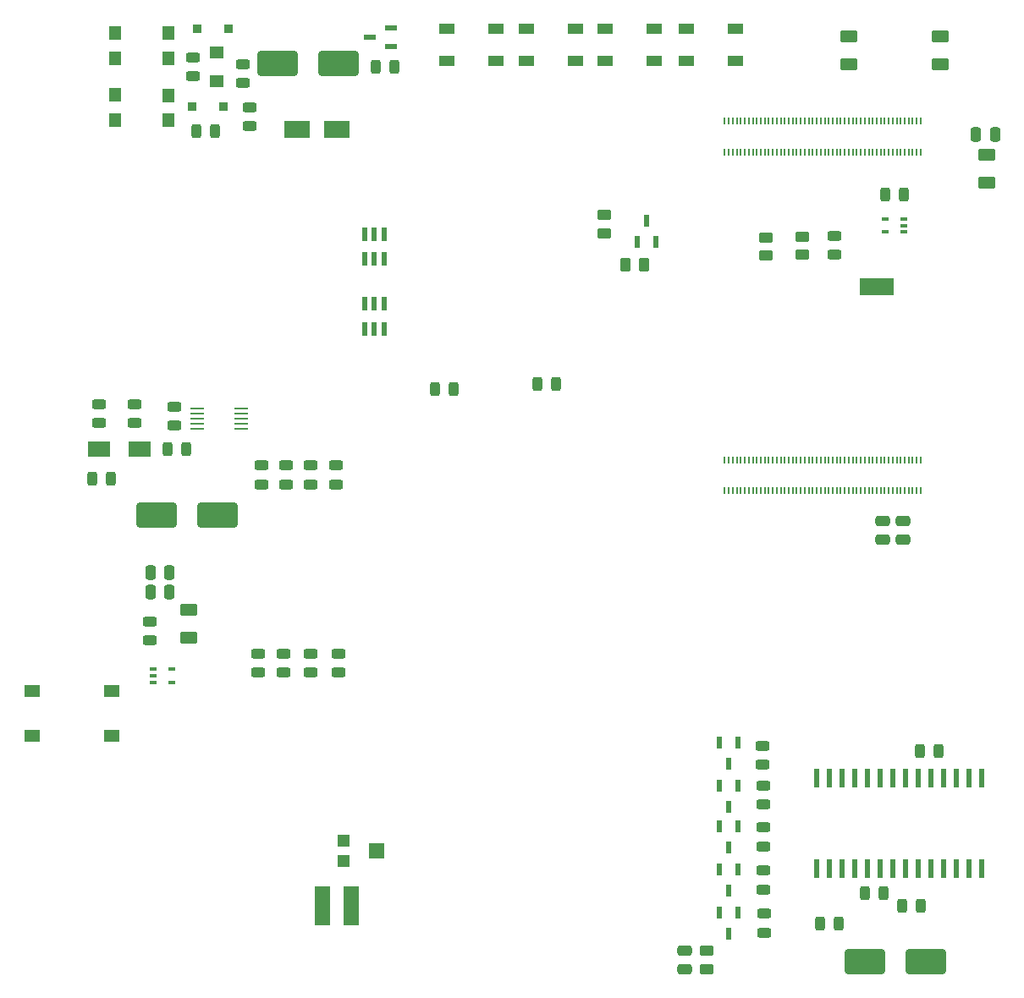
<source format=gtp>
%TF.GenerationSoftware,KiCad,Pcbnew,5.99.0-unknown-47cb7f53fd~143~ubuntu20.04.1*%
%TF.CreationDate,2021-11-23T21:30:27-08:00*%
%TF.ProjectId,acorn-motherboard,61636f72-6e2d-46d6-9f74-686572626f61,rev?*%
%TF.SameCoordinates,Original*%
%TF.FileFunction,Paste,Top*%
%TF.FilePolarity,Positive*%
%FSLAX46Y46*%
G04 Gerber Fmt 4.6, Leading zero omitted, Abs format (unit mm)*
G04 Created by KiCad (PCBNEW 5.99.0-unknown-47cb7f53fd~143~ubuntu20.04.1) date 2021-11-23 21:30:27*
%MOMM*%
%LPD*%
G01*
G04 APERTURE LIST*
G04 Aperture macros list*
%AMRoundRect*
0 Rectangle with rounded corners*
0 $1 Rounding radius*
0 $2 $3 $4 $5 $6 $7 $8 $9 X,Y pos of 4 corners*
0 Add a 4 corners polygon primitive as box body*
4,1,4,$2,$3,$4,$5,$6,$7,$8,$9,$2,$3,0*
0 Add four circle primitives for the rounded corners*
1,1,$1+$1,$2,$3*
1,1,$1+$1,$4,$5*
1,1,$1+$1,$6,$7*
1,1,$1+$1,$8,$9*
0 Add four rect primitives between the rounded corners*
20,1,$1+$1,$2,$3,$4,$5,0*
20,1,$1+$1,$4,$5,$6,$7,0*
20,1,$1+$1,$6,$7,$8,$9,0*
20,1,$1+$1,$8,$9,$2,$3,0*%
G04 Aperture macros list end*
%ADD10R,1.600000X3.900000*%
%ADD11R,1.200000X1.200000*%
%ADD12R,1.500000X1.600000*%
%ADD13RoundRect,0.250000X0.625000X-0.375000X0.625000X0.375000X-0.625000X0.375000X-0.625000X-0.375000X0*%
%ADD14RoundRect,0.243750X-0.456250X0.243750X-0.456250X-0.243750X0.456250X-0.243750X0.456250X0.243750X0*%
%ADD15R,0.200000X0.700000*%
%ADD16RoundRect,0.243750X0.456250X-0.243750X0.456250X0.243750X-0.456250X0.243750X-0.456250X-0.243750X0*%
%ADD17R,1.400000X1.300000*%
%ADD18R,2.500000X1.800000*%
%ADD19RoundRect,0.243750X0.243750X0.456250X-0.243750X0.456250X-0.243750X-0.456250X0.243750X-0.456250X0*%
%ADD20R,0.900000X0.950000*%
%ADD21RoundRect,0.243750X-0.243750X-0.456250X0.243750X-0.456250X0.243750X0.456250X-0.243750X0.456250X0*%
%ADD22RoundRect,0.250000X-0.625000X0.375000X-0.625000X-0.375000X0.625000X-0.375000X0.625000X0.375000X0*%
%ADD23R,3.400000X1.800000*%
%ADD24R,1.300000X0.600000*%
%ADD25R,0.558800X1.320800*%
%ADD26R,2.200000X1.600000*%
%ADD27R,1.550000X1.300000*%
%ADD28RoundRect,0.100000X-0.225000X-0.100000X0.225000X-0.100000X0.225000X0.100000X-0.225000X0.100000X0*%
%ADD29RoundRect,0.100000X0.225000X0.100000X-0.225000X0.100000X-0.225000X-0.100000X0.225000X-0.100000X0*%
%ADD30R,1.358900X0.279400*%
%ADD31RoundRect,0.250000X-1.750000X-1.000000X1.750000X-1.000000X1.750000X1.000000X-1.750000X1.000000X0*%
%ADD32R,0.600000X1.300000*%
%ADD33RoundRect,0.250000X-0.475000X0.250000X-0.475000X-0.250000X0.475000X-0.250000X0.475000X0.250000X0*%
%ADD34R,1.500000X1.000000*%
%ADD35RoundRect,0.250000X-0.450000X0.262500X-0.450000X-0.262500X0.450000X-0.262500X0.450000X0.262500X0*%
%ADD36R,1.250000X1.450000*%
%ADD37RoundRect,0.250000X0.250000X0.475000X-0.250000X0.475000X-0.250000X-0.475000X0.250000X-0.475000X0*%
%ADD38R,0.558800X1.981200*%
%ADD39RoundRect,0.250000X1.750000X1.000000X-1.750000X1.000000X-1.750000X-1.000000X1.750000X-1.000000X0*%
%ADD40RoundRect,0.250000X0.450000X-0.262500X0.450000X0.262500X-0.450000X0.262500X-0.450000X-0.262500X0*%
%ADD41RoundRect,0.250000X-0.262500X-0.450000X0.262500X-0.450000X0.262500X0.450000X-0.262500X0.450000X0*%
G04 APERTURE END LIST*
D10*
X118450000Y-129000000D03*
X115550000Y-129000000D03*
D11*
X117700000Y-122500000D03*
D12*
X120950000Y-123500000D03*
D11*
X117700000Y-124500000D03*
D13*
X102200000Y-102200000D03*
X102200000Y-99400000D03*
D14*
X98321061Y-100520225D03*
X98321061Y-102395225D03*
D15*
X155821061Y-87450000D03*
X155821061Y-84370000D03*
X156221061Y-87450000D03*
X156221061Y-84370000D03*
X156621061Y-87450000D03*
X156621061Y-84370000D03*
X157021061Y-87450000D03*
X157021061Y-84370000D03*
X157421061Y-87450000D03*
X157421061Y-84370000D03*
X157821061Y-87450000D03*
X157821061Y-84370000D03*
X158221061Y-87450000D03*
X158221061Y-84370000D03*
X158621061Y-87450000D03*
X158621061Y-84370000D03*
X159021061Y-87450000D03*
X159021061Y-84370000D03*
X159421061Y-87450000D03*
X159421061Y-84370000D03*
X159821061Y-87450000D03*
X159821061Y-84370000D03*
X160221061Y-87450000D03*
X160221061Y-84370000D03*
X160621061Y-87450000D03*
X160621061Y-84370000D03*
X161021061Y-87450000D03*
X161021061Y-84370000D03*
X161421061Y-87450000D03*
X161421061Y-84370000D03*
X161821061Y-87450000D03*
X161821061Y-84370000D03*
X162221061Y-87450000D03*
X162221061Y-84370000D03*
X162621061Y-87450000D03*
X162621061Y-84370000D03*
X163021061Y-87450000D03*
X163021061Y-84370000D03*
X163421061Y-87450000D03*
X163421061Y-84370000D03*
X163821061Y-87450000D03*
X163821061Y-84370000D03*
X164221061Y-87450000D03*
X164221061Y-84370000D03*
X164621061Y-87450000D03*
X164621061Y-84370000D03*
X165021061Y-87450000D03*
X165021061Y-84370000D03*
X165421061Y-87450000D03*
X165421061Y-84370000D03*
X165821061Y-87450000D03*
X165821061Y-84370000D03*
X166221061Y-87450000D03*
X166221061Y-84370000D03*
X166621061Y-87450000D03*
X166621061Y-84370000D03*
X167021061Y-87450000D03*
X167021061Y-84370000D03*
X167421061Y-87450000D03*
X167421061Y-84370000D03*
X167821061Y-87450000D03*
X167821061Y-84370000D03*
X168221061Y-87450000D03*
X168221061Y-84370000D03*
X168621061Y-87450000D03*
X168621061Y-84370000D03*
X169021061Y-87450000D03*
X169021061Y-84370000D03*
X169421061Y-87450000D03*
X169421061Y-84370000D03*
X169821061Y-87450000D03*
X169821061Y-84370000D03*
X170221061Y-87450000D03*
X170221061Y-84370000D03*
X170621061Y-87450000D03*
X170621061Y-84370000D03*
X171021061Y-87450000D03*
X171021061Y-84370000D03*
X171421061Y-87450000D03*
X171421061Y-84370000D03*
X171821061Y-87450000D03*
X171821061Y-84370000D03*
X172221061Y-87450000D03*
X172221061Y-84370000D03*
X172621061Y-87450000D03*
X172621061Y-84370000D03*
X173021061Y-87450000D03*
X173021061Y-84370000D03*
X173421061Y-87450000D03*
X173421061Y-84370000D03*
X173821061Y-87450000D03*
X173821061Y-84370000D03*
X174221061Y-87450000D03*
X174221061Y-84370000D03*
X174621061Y-87450000D03*
X174621061Y-84370000D03*
X175021061Y-87450000D03*
X175021061Y-84370000D03*
X175421061Y-87450000D03*
X175421061Y-84370000D03*
X155821061Y-53530000D03*
X155821061Y-50450000D03*
X156221061Y-53530000D03*
X156221061Y-50450000D03*
X156621061Y-53530000D03*
X156621061Y-50450000D03*
X157021061Y-53530000D03*
X157021061Y-50450000D03*
X157421061Y-53530000D03*
X157421061Y-50450000D03*
X157821061Y-53530000D03*
X157821061Y-50450000D03*
X158221061Y-53530000D03*
X158221061Y-50450000D03*
X158621061Y-53530000D03*
X158621061Y-50450000D03*
X159021061Y-53530000D03*
X159021061Y-50450000D03*
X159421061Y-53530000D03*
X159421061Y-50450000D03*
X159821061Y-53530000D03*
X159821061Y-50450000D03*
X160221061Y-53530000D03*
X160221061Y-50450000D03*
X160621061Y-53530000D03*
X160621061Y-50450000D03*
X161021061Y-53530000D03*
X161021061Y-50450000D03*
X161421061Y-53530000D03*
X161421061Y-50450000D03*
X161821061Y-53530000D03*
X161821061Y-50450000D03*
X162221061Y-53530000D03*
X162221061Y-50450000D03*
X162621061Y-53530000D03*
X162621061Y-50450000D03*
X163021061Y-53530000D03*
X163021061Y-50450000D03*
X163421061Y-53530000D03*
X163421061Y-50450000D03*
X163821061Y-53530000D03*
X163821061Y-50450000D03*
X164221061Y-53530000D03*
X164221061Y-50450000D03*
X164621061Y-53530000D03*
X164621061Y-50450000D03*
X165021061Y-53530000D03*
X165021061Y-50450000D03*
X165421061Y-53530000D03*
X165421061Y-50450000D03*
X165821061Y-53530000D03*
X165821061Y-50450000D03*
X166221061Y-53530000D03*
X166221061Y-50450000D03*
X166621061Y-53530000D03*
X166621061Y-50450000D03*
X167021061Y-53530000D03*
X167021061Y-50450000D03*
X167421061Y-53530000D03*
X167421061Y-50450000D03*
X167821061Y-53530000D03*
X167821061Y-50450000D03*
X168221061Y-53530000D03*
X168221061Y-50450000D03*
X168621061Y-53530000D03*
X168621061Y-50450000D03*
X169021061Y-53530000D03*
X169021061Y-50450000D03*
X169421061Y-53530000D03*
X169421061Y-50450000D03*
X169821061Y-53530000D03*
X169821061Y-50450000D03*
X170221061Y-53530000D03*
X170221061Y-50450000D03*
X170621061Y-53530000D03*
X170621061Y-50450000D03*
X171021061Y-53530000D03*
X171021061Y-50450000D03*
X171421061Y-53530000D03*
X171421061Y-50450000D03*
X171821061Y-53530000D03*
X171821061Y-50450000D03*
X172221061Y-53530000D03*
X172221061Y-50450000D03*
X172621061Y-53530000D03*
X172621061Y-50450000D03*
X173021061Y-53530000D03*
X173021061Y-50450000D03*
X173421061Y-53530000D03*
X173421061Y-50450000D03*
X173821061Y-53530000D03*
X173821061Y-50450000D03*
X174221061Y-53530000D03*
X174221061Y-50450000D03*
X174621061Y-53530000D03*
X174621061Y-50450000D03*
X175021061Y-53530000D03*
X175021061Y-50450000D03*
X175421061Y-53530000D03*
X175421061Y-50450000D03*
D16*
X107571061Y-46637500D03*
X107571061Y-44762500D03*
D17*
X104971061Y-46450000D03*
X104971061Y-43550000D03*
D18*
X117000000Y-51242275D03*
X113000000Y-51242275D03*
D14*
X102571061Y-44062500D03*
X102571061Y-45937500D03*
D19*
X122787500Y-45042275D03*
X120912500Y-45042275D03*
D20*
X102546061Y-48950000D03*
X105696061Y-48950000D03*
X106146061Y-41200000D03*
X102996061Y-41200000D03*
D21*
X102933561Y-51450000D03*
X104808561Y-51450000D03*
D22*
X168200000Y-41992275D03*
X168200000Y-44792275D03*
D14*
X166800000Y-61954775D03*
X166800000Y-63829775D03*
D21*
X126833561Y-77250000D03*
X128708561Y-77250000D03*
X137062500Y-76750000D03*
X138937500Y-76750000D03*
D23*
X171000000Y-67000000D03*
D24*
X122400000Y-42992275D03*
X122400000Y-41092275D03*
X120300000Y-42042275D03*
D25*
X121710861Y-61755400D03*
X120771061Y-61755400D03*
X119831261Y-61755400D03*
X119831261Y-64244600D03*
X120771061Y-64244600D03*
X121710861Y-64244600D03*
X121710861Y-68755400D03*
X120771061Y-68755400D03*
X119831261Y-68755400D03*
X119831261Y-71244600D03*
X120771061Y-71244600D03*
X121710861Y-71244600D03*
D14*
X100750000Y-79062500D03*
X100750000Y-80937500D03*
D22*
X177400000Y-41992275D03*
X177400000Y-44792275D03*
D26*
X97300000Y-83250000D03*
X93200000Y-83250000D03*
D19*
X173737500Y-57792275D03*
X171862500Y-57792275D03*
X101937500Y-83250000D03*
X100062500Y-83250000D03*
D21*
X92562500Y-86250000D03*
X94437500Y-86250000D03*
D14*
X96750000Y-78812500D03*
X96750000Y-80687500D03*
D27*
X94475000Y-112000000D03*
X86525000Y-112000000D03*
X94475000Y-107500000D03*
X86525000Y-107500000D03*
D28*
X98621061Y-105307725D03*
X98621061Y-105957725D03*
X98621061Y-106607725D03*
X100521061Y-106607725D03*
X100521061Y-105307725D03*
D29*
X173735561Y-61556500D03*
X173735561Y-60906500D03*
X173735561Y-60256500D03*
X171835561Y-60256500D03*
X171835561Y-61556500D03*
D30*
X107450938Y-81252513D03*
X107450938Y-80752511D03*
X107450938Y-80252512D03*
X107450938Y-79752513D03*
X107450938Y-79252511D03*
X103044038Y-79252511D03*
X103044038Y-79752513D03*
X103044038Y-80252512D03*
X103044038Y-80752511D03*
X103044038Y-81252513D03*
D31*
X111117500Y-44700000D03*
X117217500Y-44700000D03*
D21*
X169812500Y-127750000D03*
X171687500Y-127750000D03*
D32*
X157162061Y-129686725D03*
X155262061Y-129686725D03*
X156212061Y-131786725D03*
X157162061Y-125368725D03*
X155262061Y-125368725D03*
X156212061Y-127468725D03*
D16*
X159768061Y-131674225D03*
X159768061Y-129799225D03*
X159641061Y-127356225D03*
X159641061Y-125481225D03*
D21*
X173562500Y-129000000D03*
X175437500Y-129000000D03*
X165312500Y-130750000D03*
X167187500Y-130750000D03*
D19*
X177187500Y-113500000D03*
X175312500Y-113500000D03*
D14*
X93250000Y-78812500D03*
X93250000Y-80687500D03*
D32*
X157162061Y-116986725D03*
X155262061Y-116986725D03*
X156212061Y-119086725D03*
X157162061Y-112668725D03*
X155262061Y-112668725D03*
X156212061Y-114768725D03*
D16*
X159641061Y-118847225D03*
X159641061Y-116972225D03*
X159571061Y-114845225D03*
X159571061Y-112970225D03*
X108250000Y-50937500D03*
X108250000Y-49062500D03*
D32*
X157162061Y-121050725D03*
X155262061Y-121050725D03*
X156212061Y-123150725D03*
D16*
X159641061Y-123038225D03*
X159641061Y-121163225D03*
D14*
X109500000Y-84930832D03*
X109500000Y-86805832D03*
X111891061Y-84930832D03*
X111891061Y-86805832D03*
X114391061Y-84930832D03*
X114391061Y-86805832D03*
X116891061Y-84930832D03*
X116891061Y-86805832D03*
D16*
X111641061Y-105645225D03*
X111641061Y-103770225D03*
X117141061Y-105645225D03*
X117141061Y-103770225D03*
X114371061Y-105645225D03*
X114371061Y-103770225D03*
X109141061Y-105645225D03*
X109141061Y-103770225D03*
D33*
X173610000Y-90460000D03*
X173610000Y-92360000D03*
D34*
X151950000Y-41192275D03*
X151950000Y-44392275D03*
X156850000Y-44392275D03*
X156850000Y-41192275D03*
X128050000Y-41192275D03*
X128050000Y-44392275D03*
X132950000Y-44392275D03*
X132950000Y-41192275D03*
D35*
X143750000Y-59837500D03*
X143750000Y-61662500D03*
D36*
X94850000Y-47830000D03*
X94850000Y-50370000D03*
X100150000Y-47850000D03*
X100150000Y-50370000D03*
D37*
X100250000Y-95600000D03*
X98350000Y-95600000D03*
D36*
X94850000Y-41630000D03*
X94850000Y-44170000D03*
X100150000Y-41650000D03*
X100150000Y-44170000D03*
D32*
X147050000Y-62550000D03*
X148950000Y-62550000D03*
X148000000Y-60450000D03*
D33*
X151800000Y-133450000D03*
X151800000Y-135350000D03*
D37*
X182871061Y-51750000D03*
X180971061Y-51750000D03*
D34*
X143850000Y-41192275D03*
X143850000Y-44392275D03*
X148750000Y-44392275D03*
X148750000Y-41192275D03*
D37*
X100250000Y-97610000D03*
X98350000Y-97610000D03*
D38*
X181505000Y-116235000D03*
X180235000Y-116235000D03*
X178965000Y-116235000D03*
X177695000Y-116235000D03*
X176425000Y-116235000D03*
X175155000Y-116235000D03*
X173885000Y-116235000D03*
X172615000Y-116235000D03*
X171345000Y-116235000D03*
X170075000Y-116235000D03*
X168805000Y-116235000D03*
X167535000Y-116235000D03*
X166265000Y-116235000D03*
X164995000Y-116235000D03*
X164995000Y-125265000D03*
X166265000Y-125265000D03*
X167535000Y-125265000D03*
X168805000Y-125265000D03*
X170075000Y-125265000D03*
X171345000Y-125265000D03*
X172615000Y-125265000D03*
X173885000Y-125265000D03*
X175155000Y-125265000D03*
X176425000Y-125265000D03*
X177695000Y-125265000D03*
X178965000Y-125265000D03*
X180235000Y-125265000D03*
X181505000Y-125265000D03*
D39*
X175950000Y-134600000D03*
X169850000Y-134600000D03*
D40*
X163600000Y-63812500D03*
X163600000Y-61987500D03*
D33*
X171600000Y-90450000D03*
X171600000Y-92350000D03*
D39*
X105050000Y-89900000D03*
X98950000Y-89900000D03*
D40*
X159900000Y-63912500D03*
X159900000Y-62087500D03*
X154000000Y-135312500D03*
X154000000Y-133487500D03*
D34*
X135950000Y-41192275D03*
X135950000Y-44392275D03*
X140850000Y-44392275D03*
X140850000Y-41192275D03*
D41*
X145887500Y-64792275D03*
X147712500Y-64792275D03*
D13*
X182000000Y-56650000D03*
X182000000Y-53850000D03*
M02*

</source>
